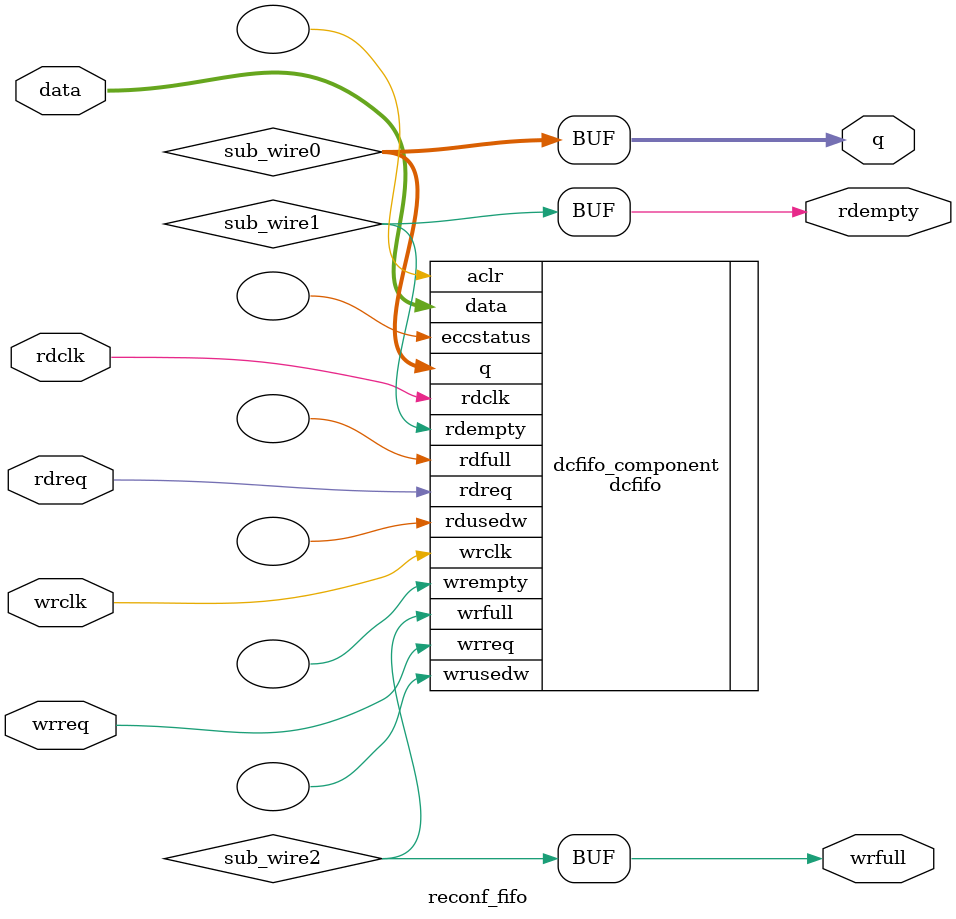
<source format=v>
module reconf_fifo (
	data,
	rdclk,
	rdreq,
	wrclk,
	wrreq,
	q,
	rdempty,
	wrfull);
	input	[7:0]  data;
	input	  rdclk;
	input	  rdreq;
	input	  wrclk;
	input	  wrreq;
	output	[7:0]  q;
	output	  rdempty;
	output	  wrfull;
	wire [7:0] sub_wire0;
	wire  sub_wire1;
	wire  sub_wire2;
	wire [7:0] q = sub_wire0[7:0];
	wire  rdempty = sub_wire1;
	wire  wrfull = sub_wire2;
	dcfifo	dcfifo_component (
				.data (data),
				.rdclk (rdclk),
				.rdreq (rdreq),
				.wrclk (wrclk),
				.wrreq (wrreq),
				.q (sub_wire0),
				.rdempty (sub_wire1),
				.wrfull (sub_wire2),
				.aclr (),
				.eccstatus (),
				.rdfull (),
				.rdusedw (),
				.wrempty (),
				.wrusedw ());
	defparam
		dcfifo_component.intended_device_family = "Cyclone 10 LP",
		dcfifo_component.lpm_numwords = 4,
		dcfifo_component.lpm_showahead = "OFF",
		dcfifo_component.lpm_type = "dcfifo",
		dcfifo_component.lpm_width = 8,
		dcfifo_component.lpm_widthu = 2,
		dcfifo_component.overflow_checking = "ON",
		dcfifo_component.rdsync_delaypipe = 5,
		dcfifo_component.underflow_checking = "ON",
		dcfifo_component.use_eab = "OFF",
		dcfifo_component.wrsync_delaypipe = 5;
endmodule
</source>
